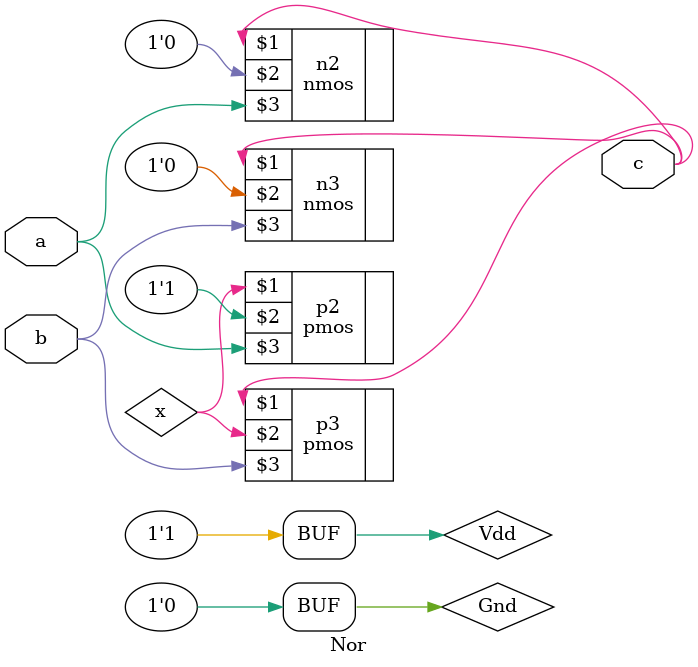
<source format=v>
module Nor(a,b,c);
input a,b;
output c;
supply1 Vdd;
supply0 Gnd;
wire x;
pmos p2(x,Vdd,a);
pmos p3(c,x,b);
nmos n2(c,Gnd,a);
nmos n3(c,Gnd,b);
endmodule

</source>
